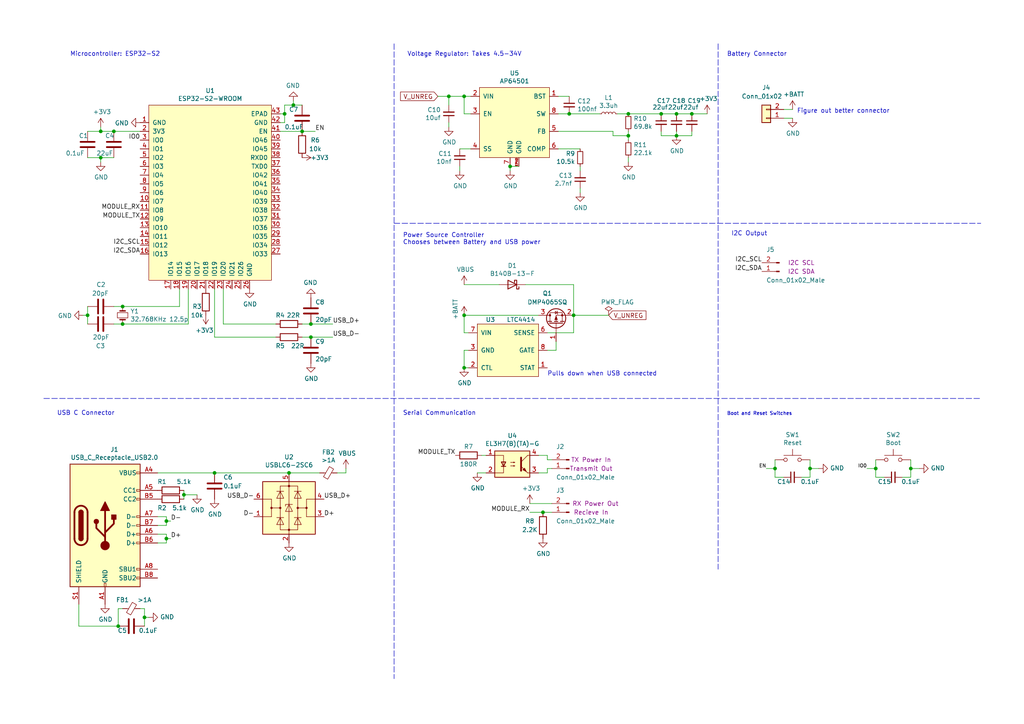
<source format=kicad_sch>
(kicad_sch (version 20211123) (generator eeschema)
  (paper "A4")
  (lib_symbols
    (symbol "Connector:Conn_01x02_Male" (pin_names (offset 1.016) hide)
      (property "Reference" "J" (at 0 2.54 0))
      (property "Value" "Conn_01x02_Male" (at 0 -5.08 0))
      (symbol "Conn_01x02_Male_1_1"
        (polyline (pts (xy 1.27 -2.54) (xy 0.8636 -2.54)) (stroke (width 0.1524)))
        (polyline (pts (xy 1.27 0) (xy 0.8636 0)) (stroke (width 0.1524)))
        (rectangle (start 0.8636 -2.413) (end 0 -2.667) (stroke (width 0.1524)) (fill (type outline)))
        (rectangle (start 0.8636 0.127) (end 0 -0.127) (stroke (width 0.1524)) (fill (type outline)))
        (pin passive line (at 5.08 0 180) (length 3.81) (name "Pin_1") (number "1"))
        (pin passive line (at 5.08 -2.54 180) (length 3.81) (name "Pin_2") (number "2"))
      )
    )
    (symbol "Connector:USB_C_Receptacle_USB2.0" (pin_names (offset 1.016))
      (property "Reference" "J" (at -10.16 19.05 0))
      (property "Value" "USB_C_Receptacle_USB2.0" (at 19.05 19.05 0))
      (symbol "USB_C_Receptacle_USB2.0_0_0"
        (rectangle (start -0.254 -17.78) (end 0.254 -16.764))
        (rectangle (start 10.16 -14.986) (end 9.144 -15.494))
        (rectangle (start 10.16 -12.446) (end 9.144 -12.954))
        (rectangle (start 10.16 -4.826) (end 9.144 -5.334))
        (rectangle (start 10.16 -2.286) (end 9.144 -2.794))
        (rectangle (start 10.16 0.254) (end 9.144 -0.254))
        (rectangle (start 10.16 2.794) (end 9.144 2.286))
        (rectangle (start 10.16 7.874) (end 9.144 7.366))
        (rectangle (start 10.16 10.414) (end 9.144 9.906))
        (rectangle (start 10.16 15.494) (end 9.144 14.986))
      )
      (symbol "USB_C_Receptacle_USB2.0_0_1"
        (rectangle (start -10.16 17.78) (end 10.16 -17.78) (stroke (width 0.254)) (fill (type background)))
        (arc (start -8.89 -3.81) (mid -6.985 -5.715) (end -5.08 -3.81) (stroke (width 0.508)))
        (arc (start -7.62 -3.81) (mid -6.985 -4.445) (end -6.35 -3.81) (stroke (width 0.254)))
        (arc (start -7.62 -3.81) (mid -6.985 -4.445) (end -6.35 -3.81) (stroke (width 0.254)) (fill (type outline)))
        (rectangle (start -7.62 -3.81) (end -6.35 3.81) (stroke (width 0.254)) (fill (type outline)))
        (arc (start -6.35 3.81) (mid -6.985 4.445) (end -7.62 3.81) (stroke (width 0.254)))
        (arc (start -6.35 3.81) (mid -6.985 4.445) (end -7.62 3.81) (stroke (width 0.254)) (fill (type outline)))
        (arc (start -5.08 3.81) (mid -6.985 5.715) (end -8.89 3.81) (stroke (width 0.508)))
        (circle (center -2.54 1.143) (radius 0.635) (stroke (width 0.254)) (fill (type outline)))
        (circle (center 0 -5.842) (radius 1.27) (fill (type outline)))
        (polyline (pts (xy -8.89 -3.81) (xy -8.89 3.81)) (stroke (width 0.508)))
        (polyline (pts (xy -5.08 3.81) (xy -5.08 -3.81)) (stroke (width 0.508)))
        (polyline (pts (xy 0 -5.842) (xy 0 4.318)) (stroke (width 0.508)))
        (polyline (pts (xy 0 -3.302) (xy -2.54 -0.762) (xy -2.54 0.508)) (stroke (width 0.508)))
        (polyline (pts (xy 0 -2.032) (xy 2.54 0.508) (xy 2.54 1.778)) (stroke (width 0.508)))
        (polyline (pts (xy -1.27 4.318) (xy 0 6.858) (xy 1.27 4.318) (xy -1.27 4.318)) (stroke (width 0.254)) (fill (type outline)))
        (rectangle (start 1.905 1.778) (end 3.175 3.048) (stroke (width 0.254)) (fill (type outline)))
      )
      (symbol "USB_C_Receptacle_USB2.0_1_1"
        (pin passive line (at 0 -22.86 90) (length 5.08) (name "GND") (number "A1"))
        (pin passive line (at 0 -22.86 90) (length 5.08) hide (name "GND") (number "A12"))
        (pin passive line (at 15.24 15.24 180) (length 5.08) (name "VBUS") (number "A4"))
        (pin bidirectional line (at 15.24 10.16 180) (length 5.08) (name "CC1") (number "A5"))
        (pin bidirectional line (at 15.24 -2.54 180) (length 5.08) (name "D+") (number "A6"))
        (pin bidirectional line (at 15.24 2.54 180) (length 5.08) (name "D-") (number "A7"))
        (pin bidirectional line (at 15.24 -12.7 180) (length 5.08) (name "SBU1") (number "A8"))
        (pin passive line (at 15.24 15.24 180) (length 5.08) hide (name "VBUS") (number "A9"))
        (pin passive line (at 0 -22.86 90) (length 5.08) hide (name "GND") (number "B1"))
        (pin passive line (at 0 -22.86 90) (length 5.08) hide (name "GND") (number "B12"))
        (pin passive line (at 15.24 15.24 180) (length 5.08) hide (name "VBUS") (number "B4"))
        (pin bidirectional line (at 15.24 7.62 180) (length 5.08) (name "CC2") (number "B5"))
        (pin bidirectional line (at 15.24 -5.08 180) (length 5.08) (name "D+") (number "B6"))
        (pin bidirectional line (at 15.24 0 180) (length 5.08) (name "D-") (number "B7"))
        (pin bidirectional line (at 15.24 -15.24 180) (length 5.08) (name "SBU2") (number "B8"))
        (pin passive line (at 15.24 15.24 180) (length 5.08) hide (name "VBUS") (number "B9"))
        (pin passive line (at -7.62 -22.86 90) (length 5.08) (name "SHIELD") (number "S1"))
      )
    )
    (symbol "Connector_Generic:Conn_01x02" (pin_names (offset 1.016) hide)
      (property "Reference" "J" (at 0 2.54 0))
      (property "Value" "Conn_01x02" (at 0 -5.08 0))
      (symbol "Conn_01x02_1_1"
        (rectangle (start -1.27 -2.413) (end 0 -2.667) (stroke (width 0.1524)))
        (rectangle (start -1.27 0.127) (end 0 -0.127) (stroke (width 0.1524)))
        (rectangle (start -1.27 1.27) (end 1.27 -3.81) (stroke (width 0.254)) (fill (type background)))
        (pin passive line (at -5.08 0 0) (length 3.81) (name "Pin_1") (number "1"))
        (pin passive line (at -5.08 -2.54 0) (length 3.81) (name "Pin_2") (number "2"))
      )
    )
    (symbol "Device:C" (pin_numbers hide) (pin_names (offset 0.254))
      (property "Reference" "C" (at 0.635 2.54 0))
      (property "Value" "C" (at 0.635 -2.54 0))
      (symbol "C_0_1"
        (polyline (pts (xy -2.032 -0.762) (xy 2.032 -0.762)) (stroke (width 0.508)))
        (polyline (pts (xy -2.032 0.762) (xy 2.032 0.762)) (stroke (width 0.508)))
      )
      (symbol "C_1_1"
        (pin passive line (at 0 3.81 270) (length 2.794) (name "~") (number "1"))
        (pin passive line (at 0 -3.81 90) (length 2.794) (name "~") (number "2"))
      )
    )
    (symbol "Device:C_Small" (pin_numbers hide) (pin_names (offset 0.254) hide)
      (property "Reference" "C" (at 0.254 1.778 0))
      (property "Value" "C_Small" (at 0.254 -2.032 0))
      (symbol "C_Small_0_1"
        (polyline (pts (xy -1.524 -0.508) (xy 1.524 -0.508)) (stroke (width 0.3302)))
        (polyline (pts (xy -1.524 0.508) (xy 1.524 0.508)) (stroke (width 0.3048)))
      )
      (symbol "C_Small_1_1"
        (pin passive line (at 0 2.54 270) (length 2.032) (name "~") (number "1"))
        (pin passive line (at 0 -2.54 90) (length 2.032) (name "~") (number "2"))
      )
    )
    (symbol "Device:Crystal_Small" (pin_numbers hide) (pin_names (offset 1.016) hide)
      (property "Reference" "Y" (at 0 2.54 0))
      (property "Value" "Crystal_Small" (at 0 -2.54 0))
      (symbol "Crystal_Small_0_1"
        (rectangle (start -0.762 -1.524) (end 0.762 1.524))
        (polyline (pts (xy -1.27 -0.762) (xy -1.27 0.762)) (stroke (width 0.381)))
        (polyline (pts (xy 1.27 -0.762) (xy 1.27 0.762)) (stroke (width 0.381)))
      )
      (symbol "Crystal_Small_1_1"
        (pin passive line (at -2.54 0 0) (length 1.27) (name "1") (number "1"))
        (pin passive line (at 2.54 0 180) (length 1.27) (name "2") (number "2"))
      )
    )
    (symbol "Device:Ferrite_Bead_Small" (pin_numbers hide) (pin_names (offset 0))
      (property "Reference" "FB" (at 1.905 1.27 0))
      (property "Value" "Device_Ferrite_Bead_Small" (at 1.905 -1.27 0))
      (symbol "Ferrite_Bead_Small_0_1"
        (polyline (pts (xy 0 -1.27) (xy 0 -0.7874)))
        (polyline (pts (xy 0 0.889) (xy 0 1.2954)))
        (polyline (pts (xy -1.8288 0.2794) (xy -1.1176 1.4986) (xy 1.8288 -0.2032) (xy 1.1176 -1.4224) (xy -1.8288 0.2794)))
      )
      (symbol "Ferrite_Bead_Small_1_1"
        (pin passive line (at 0 2.54 270) (length 1.27) (name "~") (number "1"))
        (pin passive line (at 0 -2.54 90) (length 1.27) (name "~") (number "2"))
      )
    )
    (symbol "Device:L_Small" (pin_numbers hide) (pin_names (offset 0.254) hide)
      (property "Reference" "L" (at 0.762 1.016 0))
      (property "Value" "L_Small" (at 0.762 -1.016 0))
      (symbol "L_Small_0_1"
        (arc (start 0 -2.032) (mid 0.508 -1.524) (end 0 -1.016))
        (arc (start 0 -1.016) (mid 0.508 -0.508) (end 0 0))
        (arc (start 0 0) (mid 0.508 0.508) (end 0 1.016))
        (arc (start 0 1.016) (mid 0.508 1.524) (end 0 2.032))
      )
      (symbol "L_Small_1_1"
        (pin passive line (at 0 2.54 270) (length 0.508) (name "~") (number "1"))
        (pin passive line (at 0 -2.54 90) (length 0.508) (name "~") (number "2"))
      )
    )
    (symbol "Device:R" (pin_numbers hide) (pin_names (offset 0))
      (property "Reference" "R" (at 2.032 0 90))
      (property "Value" "R" (at 0 0 90))
      (symbol "R_0_1"
        (rectangle (start -1.016 -2.54) (end 1.016 2.54) (stroke (width 0.254)))
      )
      (symbol "R_1_1"
        (pin passive line (at 0 3.81 270) (length 1.27) (name "~") (number "1"))
        (pin passive line (at 0 -3.81 90) (length 1.27) (name "~") (number "2"))
      )
    )
    (symbol "Device:R_Small" (pin_numbers hide) (pin_names (offset 0.254) hide)
      (property "Reference" "R" (at 0.762 0.508 0))
      (property "Value" "R_Small" (at 0.762 -1.016 0))
      (symbol "R_Small_0_1"
        (rectangle (start -0.762 1.778) (end 0.762 -1.778) (stroke (width 0.2032)))
      )
      (symbol "R_Small_1_1"
        (pin passive line (at 0 2.54 270) (length 0.762) (name "~") (number "1"))
        (pin passive line (at 0 -2.54 90) (length 0.762) (name "~") (number "2"))
      )
    )
    (symbol "Diode:B140-E3" (pin_numbers hide) (pin_names hide)
      (property "Reference" "D" (at 0 2.54 0))
      (property "Value" "B140-E3" (at 0 -2.54 0))
      (symbol "B140-E3_0_1"
        (polyline (pts (xy 1.27 0) (xy -1.27 0)))
        (polyline (pts (xy 1.27 1.27) (xy 1.27 -1.27) (xy -1.27 0) (xy 1.27 1.27)) (stroke (width 0.254)))
        (polyline (pts (xy -1.905 0.635) (xy -1.905 1.27) (xy -1.27 1.27) (xy -1.27 -1.27) (xy -0.635 -1.27) (xy -0.635 -0.635)) (stroke (width 0.254)))
      )
      (symbol "B140-E3_1_1"
        (pin passive line (at -3.81 0 0) (length 2.54) (name "K") (number "1"))
        (pin passive line (at 3.81 0 180) (length 2.54) (name "A") (number "2"))
      )
    )
    (symbol "Isolator:PC817" (pin_names (offset 1.016))
      (property "Reference" "U" (at -5.08 5.08 0))
      (property "Value" "PC817" (at 0 5.08 0))
      (symbol "PC817_0_1"
        (rectangle (start -5.08 3.81) (end 5.08 -3.81) (stroke (width 0.254)) (fill (type background)))
        (polyline (pts (xy -3.175 -0.635) (xy -1.905 -0.635)) (stroke (width 0.254)))
        (polyline (pts (xy 2.54 0.635) (xy 4.445 2.54)))
        (polyline (pts (xy 4.445 -2.54) (xy 2.54 -0.635)) (fill (type outline)))
        (polyline (pts (xy 4.445 -2.54) (xy 5.08 -2.54)))
        (polyline (pts (xy 4.445 2.54) (xy 5.08 2.54)))
        (polyline (pts (xy -5.08 2.54) (xy -2.54 2.54) (xy -2.54 -0.635)))
        (polyline (pts (xy -2.54 -0.635) (xy -2.54 -2.54) (xy -5.08 -2.54)))
        (polyline (pts (xy 2.54 1.905) (xy 2.54 -1.905) (xy 2.54 -1.905)) (stroke (width 0.508)))
        (polyline (pts (xy -2.54 -0.635) (xy -3.175 0.635) (xy -1.905 0.635) (xy -2.54 -0.635)) (stroke (width 0.254)))
        (polyline (pts (xy -0.508 -0.508) (xy 0.762 -0.508) (xy 0.381 -0.635) (xy 0.381 -0.381) (xy 0.762 -0.508)))
        (polyline (pts (xy -0.508 0.508) (xy 0.762 0.508) (xy 0.381 0.381) (xy 0.381 0.635) (xy 0.762 0.508)))
        (polyline (pts (xy 3.048 -1.651) (xy 3.556 -1.143) (xy 4.064 -2.159) (xy 3.048 -1.651) (xy 3.048 -1.651)) (fill (type outline)))
      )
      (symbol "PC817_1_1"
        (pin passive line (at -7.62 2.54 0) (length 2.54) (name "~") (number "1"))
        (pin passive line (at -7.62 -2.54 0) (length 2.54) (name "~") (number "2"))
        (pin passive line (at 7.62 -2.54 180) (length 2.54) (name "~") (number "3"))
        (pin passive line (at 7.62 2.54 180) (length 2.54) (name "~") (number "4"))
      )
    )
    (symbol "Power_Protection:USBLC6-2SC6" (pin_names hide)
      (property "Reference" "U" (at 2.54 8.89 0))
      (property "Value" "USBLC6-2SC6" (at 2.54 -8.89 0))
      (symbol "USBLC6-2SC6_0_1"
        (rectangle (start -7.62 -7.62) (end 7.62 7.62) (stroke (width 0.254)) (fill (type background)))
        (circle (center -5.08 0) (radius 0.254) (fill (type outline)))
        (circle (center -2.54 0) (radius 0.254) (fill (type outline)))
        (rectangle (start -2.54 6.35) (end 2.54 -6.35))
        (circle (center 0 -6.35) (radius 0.254) (fill (type outline)))
        (polyline (pts (xy -5.08 -2.54) (xy -7.62 -2.54)))
        (polyline (pts (xy -5.08 0) (xy -5.08 -2.54)))
        (polyline (pts (xy -5.08 2.54) (xy -7.62 2.54)))
        (polyline (pts (xy -1.524 -2.794) (xy -3.556 -2.794)))
        (polyline (pts (xy -1.524 4.826) (xy -3.556 4.826)))
        (polyline (pts (xy 0 -7.62) (xy 0 -6.35)))
        (polyline (pts (xy 0 -6.35) (xy 0 1.27)))
        (polyline (pts (xy 0 1.27) (xy 0 6.35)))
        (polyline (pts (xy 0 6.35) (xy 0 7.62)))
        (polyline (pts (xy 1.524 -2.794) (xy 3.556 -2.794)))
        (polyline (pts (xy 1.524 4.826) (xy 3.556 4.826)))
        (polyline (pts (xy 5.08 -2.54) (xy 7.62 -2.54)))
        (polyline (pts (xy 5.08 0) (xy 5.08 -2.54)))
        (polyline (pts (xy 5.08 2.54) (xy 7.62 2.54)))
        (polyline (pts (xy -2.54 0) (xy -5.08 0) (xy -5.08 2.54)))
        (polyline (pts (xy 2.54 0) (xy 5.08 0) (xy 5.08 2.54)))
        (polyline (pts (xy -3.556 -4.826) (xy -1.524 -4.826) (xy -2.54 -2.794) (xy -3.556 -4.826)))
        (polyline (pts (xy -3.556 2.794) (xy -1.524 2.794) (xy -2.54 4.826) (xy -3.556 2.794)))
        (polyline (pts (xy -1.016 -1.016) (xy 1.016 -1.016) (xy 0 1.016) (xy -1.016 -1.016)))
        (polyline (pts (xy 1.016 1.016) (xy 0.762 1.016) (xy -1.016 1.016) (xy -1.016 0.508)))
        (polyline (pts (xy 3.556 -4.826) (xy 1.524 -4.826) (xy 2.54 -2.794) (xy 3.556 -4.826)))
        (polyline (pts (xy 3.556 2.794) (xy 1.524 2.794) (xy 2.54 4.826) (xy 3.556 2.794)))
        (circle (center 0 6.35) (radius 0.254) (fill (type outline)))
        (circle (center 2.54 0) (radius 0.254) (fill (type outline)))
        (circle (center 5.08 0) (radius 0.254) (fill (type outline)))
      )
      (symbol "USBLC6-2SC6_1_1"
        (pin passive line (at -10.16 -2.54 0) (length 2.54) (name "I/O1") (number "1"))
        (pin passive line (at 0 -10.16 90) (length 2.54) (name "GND") (number "2"))
        (pin passive line (at 10.16 -2.54 180) (length 2.54) (name "I/O2") (number "3"))
        (pin passive line (at 10.16 2.54 180) (length 2.54) (name "I/O2") (number "4"))
        (pin passive line (at 0 10.16 270) (length 2.54) (name "VBUS") (number "5"))
        (pin passive line (at -10.16 2.54 0) (length 2.54) (name "I/O1") (number "6"))
      )
    )
    (symbol "Switch:SW_Push" (pin_numbers hide) (pin_names (offset 1.016) hide)
      (property "Reference" "SW" (at 1.27 2.54 0))
      (property "Value" "SW_Push" (at 0 -1.524 0))
      (symbol "SW_Push_0_1"
        (circle (center -2.032 0) (radius 0.508))
        (polyline (pts (xy 0 1.27) (xy 0 3.048)))
        (polyline (pts (xy 2.54 1.27) (xy -2.54 1.27)))
        (circle (center 2.032 0) (radius 0.508))
        (pin passive line (at -5.08 0 0) (length 2.54) (name "1") (number "1"))
        (pin passive line (at 5.08 0 180) (length 2.54) (name "2") (number "2"))
      )
    )
    (symbol "Transistor_FET:AO3401A" (pin_names hide)
      (property "Reference" "Q" (at 5.08 1.905 0))
      (property "Value" "AO3401A" (at 5.08 0 0))
      (symbol "AO3401A_0_1"
        (polyline (pts (xy 0.254 0) (xy -2.54 0)))
        (polyline (pts (xy 0.254 1.905) (xy 0.254 -1.905)) (stroke (width 0.254)))
        (polyline (pts (xy 0.762 -1.27) (xy 0.762 -2.286)) (stroke (width 0.254)))
        (polyline (pts (xy 0.762 0.508) (xy 0.762 -0.508)) (stroke (width 0.254)))
        (polyline (pts (xy 0.762 2.286) (xy 0.762 1.27)) (stroke (width 0.254)))
        (polyline (pts (xy 2.54 2.54) (xy 2.54 1.778)))
        (polyline (pts (xy 2.54 -2.54) (xy 2.54 0) (xy 0.762 0)))
        (polyline (pts (xy 0.762 1.778) (xy 3.302 1.778) (xy 3.302 -1.778) (xy 0.762 -1.778)))
        (polyline (pts (xy 2.286 0) (xy 1.27 0.381) (xy 1.27 -0.381) (xy 2.286 0)) (fill (type outline)))
        (polyline (pts (xy 2.794 -0.508) (xy 2.921 -0.381) (xy 3.683 -0.381) (xy 3.81 -0.254)))
        (polyline (pts (xy 3.302 -0.381) (xy 2.921 0.254) (xy 3.683 0.254) (xy 3.302 -0.381)))
        (circle (center 1.651 0) (radius 2.794) (stroke (width 0.254)))
        (circle (center 2.54 -1.778) (radius 0.254) (fill (type outline)))
        (circle (center 2.54 1.778) (radius 0.254) (fill (type outline)))
      )
      (symbol "AO3401A_1_1"
        (pin input line (at -5.08 0 0) (length 2.54) (name "G") (number "1"))
        (pin passive line (at 2.54 -5.08 90) (length 2.54) (name "S") (number "2"))
        (pin passive line (at 2.54 5.08 270) (length 2.54) (name "D") (number "3"))
      )
    )
    (symbol "aquabotsBMS-rescue:ESP32-S2-WROOM-ESP32-S2-WROOM" (pin_names (offset 1.016))
      (property "Reference" "U" (at 0 6.35 0))
      (property "Value" "ESP32-S2-WROOM-ESP32-S2-WROOM" (at 0 3.81 0))
      (symbol "ESP32-S2-WROOM-ESP32-S2-WROOM_0_0"
        (pin power_in line (at -20.32 -5.08 0) (length 2.54) (name "GND") (number "1"))
        (pin power_in line (at -20.32 -7.62 0) (length 2.54) (name "3V3") (number "2"))
        (pin tri_state line (at -20.32 -10.16 0) (length 2.54) (name "IO0") (number "3"))
        (pin tri_state line (at -20.32 -12.7 0) (length 2.54) (name "IO1") (number "4"))
        (pin tri_state line (at -20.32 -15.24 0) (length 2.54) (name "IO2") (number "5"))
      )
      (symbol "ESP32-S2-WROOM-ESP32-S2-WROOM_0_1"
        (rectangle (start -17.78 0) (end 17.78 -50.8) (fill (type background)))
      )
      (symbol "ESP32-S2-WROOM-ESP32-S2-WROOM_1_1"
        (pin tri_state line (at -20.32 -27.94 0) (length 2.54) (name "IO7") (number "10"))
        (pin tri_state line (at -20.32 -30.48 0) (length 2.54) (name "IO8") (number "11"))
        (pin tri_state line (at -20.32 -33.02 0) (length 2.54) (name "IO9") (number "12"))
        (pin tri_state line (at -20.32 -35.56 0) (length 2.54) (name "IO10") (number "13"))
        (pin tri_state line (at -20.32 -38.1 0) (length 2.54) (name "IO11") (number "14"))
        (pin tri_state line (at -20.32 -40.64 0) (length 2.54) (name "IO12") (number "15"))
        (pin tri_state line (at -20.32 -43.18 0) (length 2.54) (name "IO13") (number "16"))
        (pin tri_state line (at -11.43 -53.34 90) (length 2.54) (name "IO14") (number "17"))
        (pin tri_state line (at -8.89 -53.34 90) (length 2.54) (name "IO15") (number "18"))
        (pin tri_state line (at -6.35 -53.34 90) (length 2.54) (name "IO16") (number "19"))
        (pin tri_state line (at -3.81 -53.34 90) (length 2.54) (name "IO17") (number "20"))
        (pin tri_state line (at -1.27 -53.34 90) (length 2.54) (name "IO18") (number "21"))
        (pin tri_state line (at 1.27 -53.34 90) (length 2.54) (name "IO19") (number "22"))
        (pin tri_state line (at 3.81 -53.34 90) (length 2.54) (name "IO20") (number "23"))
        (pin tri_state line (at 6.35 -53.34 90) (length 2.54) (name "IO21") (number "24"))
        (pin tri_state line (at 8.89 -53.34 90) (length 2.54) (name "IO26") (number "25"))
        (pin power_in line (at 11.43 -53.34 90) (length 2.54) (name "GND") (number "26"))
        (pin tri_state line (at 20.32 -43.18 180) (length 2.54) (name "IO33") (number "27"))
        (pin tri_state line (at 20.32 -40.64 180) (length 2.54) (name "IO34") (number "28"))
        (pin tri_state line (at 20.32 -38.1 180) (length 2.54) (name "IO35") (number "29"))
        (pin tri_state line (at 20.32 -35.56 180) (length 2.54) (name "IO36") (number "30"))
        (pin tri_state line (at 20.32 -33.02 180) (length 2.54) (name "IO37") (number "31"))
        (pin tri_state line (at 20.32 -30.48 180) (length 2.54) (name "IO38") (number "32"))
        (pin tri_state line (at 20.32 -27.94 180) (length 2.54) (name "IO39") (number "33"))
        (pin tri_state line (at 20.32 -25.4 180) (length 2.54) (name "IO40") (number "34"))
        (pin tri_state line (at 20.32 -22.86 180) (length 2.54) (name "IO41") (number "35"))
        (pin tri_state line (at 20.32 -20.32 180) (length 2.54) (name "IO42") (number "36"))
        (pin tri_state line (at 20.32 -17.78 180) (length 2.54) (name "TXD0") (number "37"))
        (pin tri_state line (at 20.32 -15.24 180) (length 2.54) (name "RXD0") (number "38"))
        (pin tri_state line (at 20.32 -12.7 180) (length 2.54) (name "IO45") (number "39"))
        (pin input line (at 20.32 -10.16 180) (length 2.54) (name "IO46") (number "40"))
        (pin input line (at 20.32 -7.62 180) (length 2.54) (name "EN") (number "41"))
        (pin power_in line (at 20.32 -5.08 180) (length 2.54) (name "GND") (number "42"))
        (pin power_in line (at 20.32 -2.54 180) (length 2.54) (name "EPAD") (number "43"))
        (pin tri_state line (at -20.32 -17.78 0) (length 2.54) (name "IO3") (number "6"))
        (pin tri_state line (at -20.32 -20.32 0) (length 2.54) (name "IO4") (number "7"))
        (pin tri_state line (at -20.32 -22.86 0) (length 2.54) (name "IO5") (number "8"))
        (pin tri_state line (at -20.32 -25.4 0) (length 2.54) (name "IO6") (number "9"))
      )
    )
    (symbol "aquabotsBMS:AP64501" (pin_names (offset 1.016))
      (property "Reference" "U" (at 0 0 0))
      (property "Value" "AP64501" (at 0 -2.54 0))
      (symbol "AP64501_0_1"
        (rectangle (start -10.16 -3.81) (end 10.16 -24.13) (fill (type background)))
      )
      (symbol "AP64501_1_1"
        (pin power_out line (at 12.7 -6.35 180) (length 2.54) (name "BST") (number "1"))
        (pin power_in line (at -12.7 -6.35 0) (length 2.54) (name "VIN") (number "2"))
        (pin input line (at -12.7 -11.43 0) (length 2.54) (name "EN") (number "3"))
        (pin power_in line (at -12.7 -21.59 0) (length 2.54) (name "SS") (number "4"))
        (pin input line (at 12.7 -16.51 180) (length 2.54) (name "FB") (number "5"))
        (pin power_in line (at 12.7 -21.59 180) (length 2.54) (name "COMP") (number "6"))
        (pin power_in line (at -1.27 -26.67 90) (length 2.54) (name "GND") (number "7"))
        (pin power_out line (at 12.7 -11.43 180) (length 2.54) (name "SW") (number "8"))
        (pin power_in line (at 1.27 -26.67 90) (length 2.54) (name "GND") (number "EPAD"))
      )
    )
    (symbol "aquabotsBMS:LTC4414" (pin_names (offset 1.016))
      (property "Reference" "U" (at 0 0 0))
      (property "Value" "LTC4414" (at 0 -2.54 0))
      (symbol "LTC4414_0_1"
        (rectangle (start -8.89 -3.81) (end 8.89 -19.05) (fill (type background)))
      )
      (symbol "LTC4414_1_1"
        (pin output line (at 11.43 -16.51 180) (length 2.54) (name "STAT") (number "1"))
        (pin input line (at -11.43 -16.51 0) (length 2.54) (name "CTL") (number "2"))
        (pin power_in line (at -11.43 -11.43 0) (length 2.54) (name "GND") (number "3"))
        (pin power_in line (at 11.43 -6.35 180) (length 2.54) (name "SENSE") (number "6"))
        (pin input line (at -11.43 -6.35 0) (length 2.54) (name "VIN") (number "7"))
        (pin output line (at 11.43 -11.43 180) (length 2.54) (name "GATE") (number "8"))
      )
    )
    (symbol "power:+3.3V" (power) (pin_names (offset 0))
      (property "Value" "+3.3V" (at 0 3.556 0))
      (symbol "+3.3V_0_1"
        (polyline (pts (xy -0.762 1.27) (xy 0 2.54)))
        (polyline (pts (xy 0 0) (xy 0 2.54)))
        (polyline (pts (xy 0 2.54) (xy 0.762 1.27)))
      )
      (symbol "+3.3V_1_1"
        (pin power_in line (at 0 0 90) (length 0) hide (name "+3V3") (number "1"))
      )
    )
    (symbol "power:+3V3" (power) (pin_names (offset 0))
      (property "Value" "+3V3" (at 0 3.556 0))
      (symbol "+3V3_0_1"
        (polyline (pts (xy -0.762 1.27) (xy 0 2.54)))
        (polyline (pts (xy 0 0) (xy 0 2.54)))
        (polyline (pts (xy 0 2.54) (xy 0.762 1.27)))
      )
      (symbol "+3V3_1_1"
        (pin power_in line (at 0 0 90) (length 0) hide (name "+3V3") (number "1"))
      )
    )
    (symbol "power:+BATT" (power) (pin_names (offset 0))
      (property "Value" "+BATT" (at 0 3.556 0))
      (symbol "+BATT_0_1"
        (polyline (pts (xy -0.762 1.27) (xy 0 2.54)))
        (polyline (pts (xy 0 0) (xy 0 2.54)))
        (polyline (pts (xy 0 2.54) (xy 0.762 1.27)))
      )
      (symbol "+BATT_1_1"
        (pin power_in line (at 0 0 90) (length 0) hide (name "+BATT") (number "1"))
      )
    )
    (symbol "power:GND" (power) (pin_names (offset 0))
      (property "Value" "GND" (at 0 -3.81 0))
      (symbol "GND_0_1"
        (polyline (pts (xy 0 0) (xy 0 -1.27) (xy 1.27 -1.27) (xy 0 -2.54) (xy -1.27 -1.27) (xy 0 -1.27)))
      )
      (symbol "GND_1_1"
        (pin power_in line (at 0 0 270) (length 0) hide (name "GND") (number "1"))
      )
    )
    (symbol "power:PWR_FLAG" (power) (pin_numbers hide) (pin_names (offset 0) hide)
      (property "Value" "PWR_FLAG" (at 0 3.81 0))
      (symbol "PWR_FLAG_0_0"
        (pin power_out line (at 0 0 90) (length 0) (name "pwr") (number "1"))
      )
      (symbol "PWR_FLAG_0_1"
        (polyline (pts (xy 0 0) (xy 0 1.27) (xy -1.016 1.905) (xy 0 2.54) (xy 1.016 1.905) (xy 0 1.27)))
      )
    )
    (symbol "power:VBUS" (power) (pin_names (offset 0))
      (property "Value" "VBUS" (at 0 3.81 0))
      (symbol "VBUS_0_1"
        (polyline (pts (xy -0.762 1.27) (xy 0 2.54)))
        (polyline (pts (xy 0 0) (xy 0 2.54)))
        (polyline (pts (xy 0 2.54) (xy 0.762 1.27)))
      )
      (symbol "VBUS_1_1"
        (pin power_in line (at 0 0 90) (length 0) hide (name "VBUS") (number "1"))
      )
    )
  )
  (junction (at 53.34 143.51))
  (junction (at 134.62 27.94))
  (junction (at 166.37 91.44))
  (junction (at 48.26 151.13))
  (junction (at 25.4 91.44))
  (junction (at 224.79 135.89))
  (junction (at 35.56 93.98))
  (junction (at 87.63 38.1))
  (junction (at 130.175 27.94))
  (junction (at 41.91 179.07))
  (junction (at 134.62 91.44))
  (junction (at 254 135.89))
  (junction (at 34.29 181.61))
  (junction (at 48.26 156.21))
  (junction (at 35.56 88.9))
  (junction (at 134.62 106.68))
  (junction (at 196.215 33.02))
  (junction (at 147.955 48.26))
  (junction (at 165.1 33.02))
  (junction (at 29.21 38.1))
  (junction (at 29.21 45.72))
  (junction (at 182.245 39.37))
  (junction (at 234.95 135.89))
  (junction (at 85.09 30.48))
  (junction (at 191.77 33.02))
  (junction (at 182.245 33.02))
  (junction (at 82.55 33.02))
  (junction (at 83.82 137.16))
  (junction (at 90.17 97.79))
  (junction (at 33.02 38.1))
  (junction (at 157.48 148.59))
  (junction (at 200.66 33.02))
  (junction (at 90.17 93.98))
  (junction (at 196.215 39.37))
  (junction (at 264.16 135.89))
  (junction (at 62.23 137.16))
  (wire (pts (xy 34.29 181.61) (xy 34.29 176.53)))
  (wire (pts (xy 182.245 39.37) (xy 182.245 40.64)))
  (wire (pts (xy 166.37 82.55) (xy 152.4 82.55)))
  (wire (pts (xy 52.07 83.82) (xy 52.07 88.9)))
  (wire (pts (xy 135.89 106.68) (xy 134.62 106.68)))
  (wire (pts (xy 200.66 33.02) (xy 196.215 33.02)))
  (wire (pts (xy 136.525 43.18) (xy 133.35 43.18)))
  (wire (pts (xy 224.79 135.89) (xy 224.79 138.43)))
  (wire (pts (xy 41.91 179.07) (xy 43.18 179.07)))
  (wire (pts (xy 254 138.43) (xy 256.54 138.43)))
  (wire (pts (xy 191.77 38.1) (xy 191.77 39.37)))
  (wire (pts (xy 196.215 39.37) (xy 200.66 39.37)))
  (wire (pts (xy 127 27.94) (xy 130.175 27.94)))
  (wire (pts (xy 48.26 154.94) (xy 48.26 156.21)))
  (wire (pts (xy 53.34 143.51) (xy 53.34 144.78)))
  (wire (pts (xy 64.77 93.98) (xy 80.01 93.98)))
  (wire (pts (xy 35.56 88.9) (xy 33.02 88.9)))
  (wire (pts (xy 48.26 156.21) (xy 49.53 156.21)))
  (wire (pts (xy 254 135.89) (xy 254 138.43)))
  (wire (pts (xy 133.35 48.26) (xy 133.35 49.53)))
  (wire (pts (xy 161.29 99.06) (xy 161.29 101.6)))
  (wire (pts (xy 41.91 176.53) (xy 41.91 179.07)))
  (wire (pts (xy 85.09 30.48) (xy 87.63 30.48)))
  (wire (pts (xy 191.77 39.37) (xy 196.215 39.37)))
  (wire (pts (xy 196.215 33.02) (xy 191.77 33.02)))
  (wire (pts (xy 153.67 148.59) (xy 157.48 148.59)))
  (polyline (pts (xy 12.7 115.57) (xy 284.48 115.57)))
  (wire (pts (xy 264.16 135.89) (xy 266.7 135.89)))
  (wire (pts (xy 100.33 137.16) (xy 100.33 135.89)))
  (wire (pts (xy 83.82 137.16) (xy 92.71 137.16)))
  (wire (pts (xy 200.66 33.02) (xy 205.105 33.02)))
  (wire (pts (xy 130.175 35.56) (xy 130.175 36.83)))
  (wire (pts (xy 150.495 48.26) (xy 147.955 48.26)))
  (wire (pts (xy 261.62 138.43) (xy 264.16 138.43)))
  (wire (pts (xy 29.21 45.72) (xy 29.21 46.99)))
  (wire (pts (xy 156.21 91.44) (xy 134.62 91.44)))
  (wire (pts (xy 165.1 33.02) (xy 173.99 33.02)))
  (wire (pts (xy 45.72 137.16) (xy 62.23 137.16)))
  (wire (pts (xy 25.4 91.44) (xy 25.4 93.98)))
  (wire (pts (xy 45.72 154.94) (xy 48.26 154.94)))
  (wire (pts (xy 25.4 91.44) (xy 24.13 91.44)))
  (wire (pts (xy 160.02 148.59) (xy 157.48 148.59)))
  (wire (pts (xy 156.21 132.08) (xy 158.75 132.08)))
  (wire (pts (xy 90.17 93.98) (xy 96.52 93.98)))
  (wire (pts (xy 134.62 33.02) (xy 134.62 27.94)))
  (wire (pts (xy 53.34 143.51) (xy 57.15 143.51)))
  (wire (pts (xy 160.02 135.89) (xy 158.75 135.89)))
  (wire (pts (xy 136.525 33.02) (xy 134.62 33.02)))
  (wire (pts (xy 158.75 137.16) (xy 156.21 137.16)))
  (wire (pts (xy 224.79 138.43) (xy 227.33 138.43)))
  (wire (pts (xy 90.17 97.79) (xy 96.52 97.79)))
  (wire (pts (xy 232.41 138.43) (xy 234.95 138.43)))
  (wire (pts (xy 34.29 176.53) (xy 35.56 176.53)))
  (wire (pts (xy 161.925 43.18) (xy 168.275 43.18)))
  (wire (pts (xy 196.215 38.1) (xy 196.215 39.37)))
  (wire (pts (xy 130.175 27.94) (xy 134.62 27.94)))
  (wire (pts (xy 45.72 149.86) (xy 48.26 149.86)))
  (wire (pts (xy 81.28 35.56) (xy 82.55 35.56)))
  (wire (pts (xy 264.16 135.89) (xy 264.16 138.43)))
  (wire (pts (xy 22.86 175.26) (xy 22.86 181.61)))
  (wire (pts (xy 82.55 33.02) (xy 81.28 33.02)))
  (wire (pts (xy 227.33 34.29) (xy 229.87 34.29)))
  (wire (pts (xy 161.925 38.1) (xy 177.8 38.1)))
  (wire (pts (xy 87.63 93.98) (xy 90.17 93.98)))
  (wire (pts (xy 182.245 33.02) (xy 191.77 33.02)))
  (wire (pts (xy 182.245 38.1) (xy 182.245 39.37)))
  (wire (pts (xy 35.56 88.9) (xy 52.07 88.9)))
  (polyline (pts (xy 208.28 12.7) (xy 208.28 165.1)))
  (wire (pts (xy 48.26 151.13) (xy 49.53 151.13)))
  (wire (pts (xy 161.925 33.02) (xy 165.1 33.02)))
  (wire (pts (xy 140.97 137.16) (xy 138.43 137.16)))
  (wire (pts (xy 139.7 132.08) (xy 140.97 132.08)))
  (wire (pts (xy 40.64 176.53) (xy 41.91 176.53)))
  (wire (pts (xy 147.955 48.26) (xy 147.955 49.53)))
  (wire (pts (xy 48.26 152.4) (xy 45.72 152.4)))
  (wire (pts (xy 158.75 101.6) (xy 161.29 101.6)))
  (wire (pts (xy 25.4 88.9) (xy 25.4 91.44)))
  (wire (pts (xy 158.75 135.89) (xy 158.75 137.16)))
  (wire (pts (xy 25.4 38.1) (xy 29.21 38.1)))
  (wire (pts (xy 200.66 39.37) (xy 200.66 38.1)))
  (wire (pts (xy 35.56 93.98) (xy 54.61 93.98)))
  (wire (pts (xy 35.56 93.98) (xy 33.02 93.98)))
  (polyline (pts (xy 114.3 64.77) (xy 284.48 64.77)))
  (wire (pts (xy 22.86 181.61) (xy 34.29 181.61)))
  (wire (pts (xy 135.89 96.52) (xy 134.62 96.52)))
  (wire (pts (xy 25.4 45.72) (xy 29.21 45.72)))
  (wire (pts (xy 153.67 146.05) (xy 160.02 146.05)))
  (wire (pts (xy 158.75 132.08) (xy 158.75 133.35)))
  (wire (pts (xy 48.26 157.48) (xy 45.72 157.48)))
  (wire (pts (xy 134.62 101.6) (xy 134.62 106.68)))
  (wire (pts (xy 158.75 96.52) (xy 166.37 96.52)))
  (wire (pts (xy 166.37 91.44) (xy 176.53 91.44)))
  (wire (pts (xy 179.07 33.02) (xy 182.245 33.02)))
  (wire (pts (xy 48.26 156.21) (xy 48.26 157.48)))
  (wire (pts (xy 161.925 27.94) (xy 165.1 27.94)))
  (wire (pts (xy 54.61 83.82) (xy 54.61 93.98)))
  (wire (pts (xy 82.55 30.48) (xy 85.09 30.48)))
  (wire (pts (xy 48.26 151.13) (xy 48.26 152.4)))
  (wire (pts (xy 264.16 133.35) (xy 264.16 135.89)))
  (wire (pts (xy 48.26 149.86) (xy 48.26 151.13)))
  (wire (pts (xy 62.23 83.82) (xy 62.23 97.79)))
  (wire (pts (xy 224.79 133.35) (xy 224.79 135.89)))
  (wire (pts (xy 168.275 48.26) (xy 168.275 49.53)))
  (wire (pts (xy 177.8 38.1) (xy 177.8 39.37)))
  (wire (pts (xy 134.62 27.94) (xy 136.525 27.94)))
  (wire (pts (xy 87.63 38.1) (xy 91.44 38.1)))
  (wire (pts (xy 134.62 96.52) (xy 134.62 91.44)))
  (wire (pts (xy 53.34 142.24) (xy 53.34 143.51)))
  (wire (pts (xy 222.25 135.89) (xy 224.79 135.89)))
  (polyline (pts (xy 114.3 12.7) (xy 114.3 196.85)))
  (wire (pts (xy 166.37 96.52) (xy 166.37 91.44)))
  (wire (pts (xy 144.78 82.55) (xy 134.62 82.55)))
  (wire (pts (xy 82.55 33.02) (xy 82.55 30.48)))
  (wire (pts (xy 97.79 137.16) (xy 100.33 137.16)))
  (wire (pts (xy 182.245 45.72) (xy 182.245 46.99)))
  (wire (pts (xy 41.91 179.07) (xy 41.91 181.61)))
  (wire (pts (xy 234.95 133.35) (xy 234.95 135.89)))
  (wire (pts (xy 158.75 133.35) (xy 160.02 133.35)))
  (wire (pts (xy 229.87 31.75) (xy 227.33 31.75)))
  (wire (pts (xy 82.55 35.56) (xy 82.55 33.02)))
  (wire (pts (xy 64.77 83.82) (xy 64.77 93.98)))
  (wire (pts (xy 40.64 38.1) (xy 33.02 38.1)))
  (wire (pts (xy 234.95 135.89) (xy 237.49 135.89)))
  (wire (pts (xy 85.09 30.48) (xy 85.09 29.21)))
  (wire (pts (xy 62.23 97.79) (xy 80.01 97.79)))
  (wire (pts (xy 87.63 97.79) (xy 90.17 97.79)))
  (wire (pts (xy 134.62 101.6) (xy 135.89 101.6)))
  (wire (pts (xy 29.21 45.72) (xy 33.02 45.72)))
  (wire (pts (xy 177.8 39.37) (xy 182.245 39.37)))
  (wire (pts (xy 166.37 91.44) (xy 166.37 82.55)))
  (wire (pts (xy 251.46 135.89) (xy 254 135.89)))
  (wire (pts (xy 254 133.35) (xy 254 135.89)))
  (wire (pts (xy 130.175 27.94) (xy 130.175 30.48)))
  (wire (pts (xy 62.23 137.16) (xy 83.82 137.16)))
  (wire (pts (xy 29.21 38.1) (xy 33.02 38.1)))
  (wire (pts (xy 168.275 54.61) (xy 168.275 55.88)))
  (wire (pts (xy 81.28 38.1) (xy 87.63 38.1)))
  (wire (pts (xy 234.95 135.89) (xy 234.95 138.43)))
  (wire (pts (xy 29.21 38.1) (xy 29.21 36.83)))
  (text "Figure out better connector" (at 231.14 33.02 0) (effects (font (size 1.27 1.27)) (justify left bottom)))
  (text "I2C Output" (at 212.09 68.58 0) (effects (font (size 1.27 1.27)) (justify left bottom)))
  (text "Pulls down when USB connected" (at 158.75 109.22 0) (effects (font (size 1.27 1.27)) (justify left bottom)))
  (text "Serial Communication" (at 116.84 120.65 0) (effects (font (size 1.27 1.27)) (justify left bottom)))
  (text "Microcontroller: ESP32-S2" (at 20.32 16.51 0) (effects (font (size 1.27 1.27)) (justify left bottom)))
  (text "Power Source Controller\nChooses between Battery and USB power" (at 116.84 71.12 0) (effects (font (size 1.27 1.27)) (justify left bottom)))
  (text "Voltage Regulator: Takes 4.5-34V" (at 118.11 16.51 0) (effects (font (size 1.27 1.27)) (justify left bottom)))
  (text "Battery Connector" (at 210.82 16.51 0) (effects (font (size 1.27 1.27)) (justify left bottom)))
  (text "Boot and Reset Switches" (at 210.82 120.65 0) (effects (font (size 0.9906 0.9906)) (justify left bottom)))
  (text "USB C Connector" (at 16.51 120.65 0) (effects (font (size 1.27 1.27)) (justify left bottom)))
  (label "IO0" (at 40.64 40.64 180))
  (label "I2C_SDA" (at 220.98 78.74 180))
  (label "IO0" (at 251.46 135.89 180) (effects (font (size 0.9906 0.9906))))
  (label "USB_D+" (at 96.52 93.98 0))
  (label "USB_D+" (at 93.98 144.78 0))
  (label "MODULE_TX" (at 132.08 132.08 180))
  (label "I2C_SDA" (at 40.64 73.66 180))
  (label "D+" (at 93.98 149.86 0))
  (label "D-" (at 49.53 151.13 0))
  (label "EN" (at 222.25 135.89 180) (effects (font (size 0.9906 0.9906))))
  (label "D+" (at 49.53 156.21 0))
  (label "MODULE_RX" (at 40.64 60.96 180))
  (label "USB_D-" (at 96.52 97.79 0))
  (label "D-" (at 73.66 149.86 180))
  (label "USB_D-" (at 73.66 144.78 180))
  (label "I2C_SCL" (at 40.64 71.12 180))
  (label "I2C_SCL" (at 220.98 76.2 180))
  (label "EN" (at 91.44 38.1 0))
  (label "MODULE_RX" (at 153.67 148.59 180))
  (label "MODULE_TX" (at 40.64 63.5 180))
  (global_label "V_UNREG" (shape input) (at 127 27.94 180) (property "Intersheet References" "${INTERSHEET_REFS}" (effects hide)))
  (global_label "V_UNREG" (shape input) (at 176.53 91.44 0) (property "Intersheet References" "${INTERSHEET_REFS}" (effects hide)))
  (symbol (lib_id "Connector:Conn_01x02_Male") (at 226.06 78.74 180) (unit 1)
    (property "Reference" "J5" (at 222.25 72.39 0) (effects (justify right)))
    (property "Value" "Conn_01x02_Male" (at 222.25 81.28 0) (effects (justify right)))
    (property "Footprint" "Connector_JST:JST_PH_S2B-PH-K_1x02_P2.00mm_Horizontal" (effects hide))
    (property "Pin1" "I2C SCL" (at 232.41 76.2 0))
    (property "Pin2" "I2C SDA" (at 232.41 78.74 0))
  )
  (symbol (lib_id "Device:R") (at 135.89 132.08 270) (unit 1)
    (property "Reference" "R7" (at 135.89 129.54 90))
    (property "Value" "180R" (at 135.89 134.62 90))
    (property "Footprint" "Resistor_SMD:R_0603_1608Metric" (effects hide))
  )
  (symbol (lib_id "Isolator:PC817") (at 148.59 134.62 0) (unit 1)
    (property "Reference" "U4" (at 148.59 126.365 0))
    (property "Value" "EL3H7(B)(TA)-G" (at 148.59 128.6764 0))
    (property "Footprint" "Package_SO:SOP-4_4.4x2.6mm_P1.27mm" (effects hide))
    (property "Datasheet" "https://datasheet.lcsc.com/szlcsc/Everlight-Elec-EL3H7-B-TA-G_C32565.pdf" (effects hide))
    (property "LCSCStockCode" "C32565" (effects hide))
  )
  (symbol (lib_id "power:GND") (at 138.43 137.16 0) (unit 1)
    (property "Reference" "#PWR020" (effects hide))
    (property "Value" "GND" (at 138.557 141.5542 0))
  )
  (symbol (lib_id "Connector:Conn_01x02_Male") (at 165.1 135.89 180) (unit 1)
    (property "Reference" "J2" (at 161.29 129.54 0) (effects (justify right)))
    (property "Value" "Conn_01x02_Male" (at 161.29 138.43 0) (effects (justify right)))
    (property "Footprint" "Connector_JST:JST_PH_S2B-PH-K_1x02_P2.00mm_Horizontal" (effects hide))
    (property "Pin1" "TX Power In" (at 171.45 133.35 0))
    (property "Pin2" "Transmit Out" (at 171.45 135.89 0))
  )
  (symbol (lib_id "power:+3.3V") (at 153.67 146.05 0) (unit 1)
    (property "Reference" "#PWR022" (effects hide))
    (property "Value" "+3.3V" (at 154.051 141.6558 0))
  )
  (symbol (lib_id "Device:R") (at 157.48 152.4 180) (unit 1)
    (property "Reference" "R8" (at 153.67 151.13 0))
    (property "Value" "2.2K" (at 153.67 153.67 0))
    (property "Footprint" "Resistor_SMD:R_0603_1608Metric" (effects hide))
    (property "LCSCStockCode" "C17520" (effects hide))
  )
  (symbol (lib_id "power:GND") (at 157.48 156.21 0) (unit 1)
    (property "Reference" "#PWR023" (effects hide))
    (property "Value" "GND" (at 157.607 160.6042 0))
  )
  (symbol (lib_id "Connector:Conn_01x02_Male") (at 165.1 148.59 180) (unit 1)
    (property "Reference" "J3" (at 161.29 142.24 0) (effects (justify right)))
    (property "Value" "Conn_01x02_Male" (at 161.29 151.13 0) (effects (justify right)))
    (property "Footprint" "Connector_JST:JST_PH_S2B-PH-K_1x02_P2.00mm_Horizontal" (effects hide))
    (property "Pin1" "RX Power Out" (at 172.72 146.05 0))
    (property "Pin2" "Recieve In" (at 171.45 148.59 0))
  )
  (symbol (lib_id "Connector_Generic:Conn_01x02") (at 222.25 34.29 180) (unit 1)
    (property "Reference" "J4" (at 222.25 25.4 0))
    (property "Value" "Conn_01x02" (at 220.98 27.94 0))
    (property "Footprint" "Connector_PinHeader_2.54mm:PinHeader_1x02_P2.54mm_Vertical" (effects hide))
  )
  (symbol (lib_id "power:GND") (at 229.87 34.29 0) (unit 1)
    (property "Reference" "#PWR027" (effects hide))
    (property "Value" "GND" (at 229.997 38.6842 0))
  )
  (symbol (lib_id "aquabotsBMS-rescue:ESP32-S2-WROOM-ESP32-S2-WROOM") (at 60.96 30.48 0) (unit 1)
    (property "Reference" "U1" (at 60.96 26.289 0))
    (property "Value" "ESP32-S2-WROOM" (at 60.96 28.6004 0))
    (property "Footprint" "ESP32-s2:ESP32-S2-WROOM" (effects hide))
  )
  (symbol (lib_id "Power_Protection:USBLC6-2SC6") (at 83.82 147.32 0) (unit 1)
    (property "Reference" "U2" (at 83.82 132.5626 0))
    (property "Value" "USBLC6-2SC6" (at 83.82 134.874 0))
    (property "Footprint" "Package_TO_SOT_SMD:SOT-23-6" (effects hide))
    (property "Datasheet" "https://www.st.com/resource/en/datasheet/usblc6-2.pdf" (effects hide))
  )
  (symbol (lib_id "Device:R") (at 49.53 142.24 270) (unit 1)
    (property "Reference" "R1" (at 46.99 139.7 90))
    (property "Value" "5.1k" (at 53.34 139.7 90))
    (property "Footprint" "Resistor_SMD:R_0603_1608Metric" (effects hide))
  )
  (symbol (lib_id "Connector:USB_C_Receptacle_USB2.0") (at 30.48 152.4 0) (unit 1)
    (property "Reference" "J1" (at 33.1978 130.3782 0))
    (property "Value" "USB_C_Receptacle_USB2.0" (at 33.1978 132.6896 0))
    (property "Footprint" "Connector_USB:USB_C_Receptacle_HRO_TYPE-C-31-M-12" (effects hide))
    (property "Datasheet" "https://www.usb.org/sites/default/files/documents/usb_type-c.zip" (effects hide))
  )
  (symbol (lib_id "power:GND") (at 57.15 143.51 0) (unit 1)
    (property "Reference" "#PWR07" (effects hide))
    (property "Value" "GND" (at 57.277 147.9042 0))
  )
  (symbol (lib_id "Device:C") (at 62.23 140.97 0) (unit 1)
    (property "Reference" "C6" (at 64.77 138.43 0) (effects (justify left)))
    (property "Value" "0.1uF" (at 64.77 140.97 0) (effects (justify left)))
    (property "Footprint" "Capacitor_SMD:C_0603_1608Metric" (effects hide))
  )
  (symbol (lib_id "power:GND") (at 62.23 144.78 0) (unit 1)
    (property "Reference" "#PWR09" (effects hide))
    (property "Value" "GND" (at 62.357 149.1742 0))
  )
  (symbol (lib_id "Device:Ferrite_Bead_Small") (at 95.25 137.16 270) (unit 1)
    (property "Reference" "FB2" (at 95.25 131.1402 90))
    (property "Value" ">1A" (at 95.25 133.4516 90))
    (property "Footprint" "Inductor_SMD:L_0603_1608Metric" (effects hide))
  )
  (symbol (lib_id "power:GND") (at 83.82 157.48 0) (unit 1)
    (property "Reference" "#PWR011" (effects hide))
    (property "Value" "GND" (at 83.947 161.8742 0))
  )
  (symbol (lib_id "Device:R") (at 49.53 144.78 270) (unit 1)
    (property "Reference" "R2" (at 46.99 147.32 90))
    (property "Value" "5.1k" (at 52.07 147.32 90))
    (property "Footprint" "Resistor_SMD:R_0603_1608Metric" (effects hide))
  )
  (symbol (lib_id "power:GND") (at 72.39 83.82 0) (unit 1)
    (property "Reference" "#PWR010" (effects hide))
    (property "Value" "GND" (at 72.517 88.2142 0))
  )
  (symbol (lib_id "Device:C") (at 87.63 34.29 0) (unit 1)
    (property "Reference" "C7" (at 83.82 31.75 0) (effects (justify left)))
    (property "Value" "0.1uF" (at 82.55 36.83 0) (effects (justify left)))
    (property "Footprint" "Capacitor_SMD:C_0603_1608Metric" (effects hide))
  )
  (symbol (lib_id "Device:R") (at 87.63 41.91 180) (unit 1)
    (property "Reference" "R6" (at 91.44 40.64 0))
    (property "Value" "10k" (at 91.44 43.18 0))
    (property "Footprint" "Resistor_SMD:R_0603_1608Metric" (effects hide))
  )
  (symbol (lib_id "power:GND") (at 85.09 29.21 180) (unit 1)
    (property "Reference" "#PWR012" (effects hide))
    (property "Value" "GND" (at 84.963 24.8158 0))
  )
  (symbol (lib_id "power:+3V3") (at 87.63 45.72 270) (unit 1)
    (property "Reference" "#PWR015" (effects hide))
    (property "Value" "+3V3" (at 92.71 45.72 90))
  )
  (symbol (lib_id "power:GND") (at 40.64 35.56 270) (unit 1)
    (property "Reference" "#PWR05" (effects hide))
    (property "Value" "GND" (at 37.3888 35.687 90) (effects (justify right)))
  )
  (symbol (lib_id "Device:C") (at 33.02 41.91 0) (unit 1)
    (property "Reference" "C4" (at 30.48 39.37 0) (effects (justify left)))
    (property "Value" "22uF" (at 27.94 44.45 0) (effects (justify left)))
    (property "Footprint" "Capacitor_SMD:C_0603_1608Metric" (effects hide))
  )
  (symbol (lib_id "Device:C") (at 25.4 41.91 0) (unit 1)
    (property "Reference" "C1" (at 22.86 39.37 0) (effects (justify left)))
    (property "Value" "0.1uF" (at 19.05 44.45 0) (effects (justify left)))
    (property "Footprint" "Capacitor_SMD:C_0603_1608Metric" (effects hide))
  )
  (symbol (lib_id "power:+3V3") (at 29.21 36.83 0) (unit 1)
    (property "Reference" "#PWR02" (effects hide))
    (property "Value" "+3V3" (at 29.591 32.4358 0))
  )
  (symbol (lib_id "power:GND") (at 29.21 46.99 0) (unit 1)
    (property "Reference" "#PWR03" (effects hide))
    (property "Value" "GND" (at 29.337 51.3842 0))
  )
  (symbol (lib_id "Device:R") (at 59.69 87.63 0) (unit 1)
    (property "Reference" "R3" (at 57.15 88.9 0))
    (property "Value" "10k" (at 57.15 91.44 0))
    (property "Footprint" "Resistor_SMD:R_0603_1608Metric" (effects hide))
  )
  (symbol (lib_id "Device:Crystal_Small") (at 35.56 91.44 270) (unit 1)
    (property "Reference" "Y1" (at 37.7952 90.2716 90) (effects (justify left)))
    (property "Value" "32.768KHz 12.5p" (at 37.7952 92.583 90) (effects (justify left)))
    (property "Footprint" "Crystal:Crystal_SMD_3215-2Pin_3.2x1.5mm" (effects hide))
  )
  (symbol (lib_id "Device:C") (at 29.21 88.9 270) (unit 1)
    (property "Reference" "C2" (at 27.94 82.55 90) (effects (justify left)))
    (property "Value" "20pF" (at 26.67 85.09 90) (effects (justify left)))
    (property "Footprint" "Capacitor_SMD:C_0603_1608Metric" (effects hide))
  )
  (symbol (lib_id "Device:C") (at 29.21 93.98 90) (unit 1)
    (property "Reference" "C3" (at 30.48 100.33 90) (effects (justify left)))
    (property "Value" "20pF" (at 31.75 97.79 90) (effects (justify left)))
    (property "Footprint" "Capacitor_SMD:C_0603_1608Metric" (effects hide))
  )
  (symbol (lib_id "power:GND") (at 24.13 91.44 270) (unit 1)
    (property "Reference" "#PWR01" (effects hide))
    (property "Value" "GND" (at 20.8788 91.567 90) (effects (justify right)))
  )
  (symbol (lib_id "power:+3V3") (at 59.69 91.44 180) (unit 1)
    (property "Reference" "#PWR08" (effects hide))
    (property "Value" "+3V3" (at 59.309 95.8342 0))
  )
  (symbol (lib_id "Device:R") (at 83.82 93.98 270) (unit 1)
    (property "Reference" "R4" (at 81.28 91.44 90))
    (property "Value" "22R" (at 85.09 91.44 90))
    (property "Footprint" "Resistor_SMD:R_0603_1608Metric" (effects hide))
  )
  (symbol (lib_id "Device:R") (at 83.82 97.79 90) (unit 1)
    (property "Reference" "R5" (at 81.28 100.33 90))
    (property "Value" "22R" (at 86.36 100.33 90))
    (property "Footprint" "Resistor_SMD:R_0603_1608Metric" (effects hide))
  )
  (symbol (lib_id "Device:C") (at 90.17 90.17 0) (unit 1)
    (property "Reference" "C8" (at 91.44 87.63 0) (effects (justify left)))
    (property "Value" "20pF" (at 91.44 92.71 0) (effects (justify left)))
    (property "Footprint" "Capacitor_SMD:C_0603_1608Metric" (effects hide))
  )
  (symbol (lib_id "Device:C") (at 90.17 101.6 0) (unit 1)
    (property "Reference" "C9" (at 91.44 99.06 0) (effects (justify left)))
    (property "Value" "20pF" (at 91.44 104.14 0) (effects (justify left)))
    (property "Footprint" "Capacitor_SMD:C_0603_1608Metric" (effects hide))
  )
  (symbol (lib_id "power:GND") (at 90.17 86.36 180) (unit 1)
    (property "Reference" "#PWR013" (effects hide))
    (property "Value" "GND" (at 90.043 81.9658 0))
  )
  (symbol (lib_id "power:GND") (at 90.17 105.41 0) (unit 1)
    (property "Reference" "#PWR014" (effects hide))
    (property "Value" "GND" (at 90.297 109.8042 0))
  )
  (symbol (lib_id "power:GND") (at 30.48 175.26 0) (unit 1)
    (property "Reference" "#PWR04" (effects hide))
    (property "Value" "GND" (at 30.607 179.6542 0))
  )
  (symbol (lib_id "Device:C") (at 38.1 181.61 90) (unit 1)
    (property "Reference" "C5" (at 36.83 182.88 90) (effects (justify left)))
    (property "Value" "0.1uF" (at 45.72 182.88 90) (effects (justify left)))
    (property "Footprint" "Capacitor_SMD:C_0603_1608Metric" (effects hide))
  )
  (symbol (lib_id "Device:Ferrite_Bead_Small") (at 38.1 176.53 270) (unit 1)
    (property "Reference" "FB1" (at 35.56 173.99 90))
    (property "Value" ">1A" (at 41.91 173.99 90))
    (property "Footprint" "Inductor_SMD:L_0603_1608Metric" (effects hide))
  )
  (symbol (lib_id "power:GND") (at 43.18 179.07 90) (unit 1)
    (property "Reference" "#PWR06" (effects hide))
    (property "Value" "GND" (at 46.4312 178.943 90) (effects (justify right)))
  )
  (symbol (lib_id "power:VBUS") (at 100.33 135.89 0) (unit 1)
    (property "Reference" "#PWR016" (effects hide))
    (property "Value" "VBUS" (at 100.711 131.4958 0))
  )
  (symbol (lib_id "power:VBUS") (at 134.62 82.55 0) (unit 1)
    (property "Reference" "#PWR017" (effects hide))
    (property "Value" "VBUS" (at 135.001 78.1558 0))
  )
  (symbol (lib_id "Switch:SW_Push") (at 229.87 133.35 0) (unit 1)
    (property "Reference" "SW1" (at 229.87 126.111 0))
    (property "Value" "Reset" (at 229.87 128.4224 0))
    (property "Footprint" "Button_Switch_SMD:SW_Push_SPST_NO_Alps_SKRK" (effects hide))
    (property "Datasheet" "https://lcsc.com/product-detail/Tactile-Switches_ALPS_SKRKAEE020_3-4-2-1-57N_C115357.html" (effects hide))
  )
  (symbol (lib_id "power:+3V3") (at 205.105 33.02 0) (unit 1)
    (property "Reference" "#PWR025" (effects hide))
    (property "Value" "+3V3" (at 205.486 28.6258 0))
  )
  (symbol (lib_id "Device:C_Small") (at 229.87 138.43 90) (unit 1)
    (property "Reference" "C14" (at 227.33 139.7 90))
    (property "Value" "0.1uF" (at 234.95 139.7 90))
    (property "Footprint" "Capacitor_SMD:C_0603_1608Metric" (effects hide))
  )
  (symbol (lib_id "power:GND") (at 237.49 135.89 90) (unit 1)
    (property "Reference" "#PWR028" (effects hide))
    (property "Value" "GND" (at 240.7412 135.763 90) (effects (justify right)))
  )
  (symbol (lib_id "power:+BATT") (at 134.62 91.44 0) (unit 1)
    (property "Reference" "#PWR018" (effects hide))
    (property "Value" "+BATT" (at 132.08 92.71 90) (effects (justify left)))
  )
  (symbol (lib_id "Switch:SW_Push") (at 259.08 133.35 0) (unit 1)
    (property "Reference" "SW2" (at 259.08 126.111 0))
    (property "Value" "Boot" (at 259.08 128.4224 0))
    (property "Footprint" "Button_Switch_SMD:SW_Push_SPST_NO_Alps_SKRK" (effects hide))
    (property "Datasheet" "https://lcsc.com/product-detail/Tactile-Switches_ALPS_SKRKAEE020_3-4-2-1-57N_C115357.html" (effects hide))
  )
  (symbol (lib_id "power:GND") (at 266.7 135.89 90) (unit 1)
    (property "Reference" "#PWR029" (effects hide))
    (property "Value" "GND" (at 269.9512 135.763 90) (effects (justify right)))
  )
  (symbol (lib_id "Device:C_Small") (at 259.08 138.43 90) (unit 1)
    (property "Reference" "C15" (at 256.54 139.7 90))
    (property "Value" "0.1uF" (at 264.16 139.7 90))
    (property "Footprint" "Capacitor_SMD:C_0603_1608Metric" (effects hide))
  )
  (symbol (lib_id "Transistor_FET:AO3401A") (at 161.29 93.98 90) (unit 1)
    (property "Reference" "Q1" (at 158.75 85.09 90))
    (property "Value" "DMP4065SQ" (at 158.75 87.63 90))
    (property "Footprint" "Package_TO_SOT_SMD:SOT-23" (effects hide))
    (property "Datasheet" "https://www.digikey.com/en/products/detail/diodes-incorporated/DMP4065SQ-7/8537814" (effects hide))
  )
  (symbol (lib_id "power:PWR_FLAG") (at 176.53 91.44 0) (unit 1)
    (property "Reference" "#FLG01" (effects hide))
    (property "Value" "PWR_FLAG" (at 179.07 87.63 0))
  )
  (symbol (lib_id "aquabotsBMS:LTC4414") (at 147.32 90.17 0) (unit 1)
    (property "Reference" "U3" (at 142.24 92.71 0))
    (property "Value" "LTC4414" (at 151.13 92.71 0))
    (property "Footprint" "Package_SO:MSOP-8_3x3mm_P0.65mm" (effects hide))
    (property "Datasheet" "https://www.analog.com/media/en/technical-documentation/data-sheets/4414fc.pdf" (effects hide))
  )
  (symbol (lib_id "power:GND") (at 134.62 106.68 0) (unit 1)
    (property "Reference" "#PWR019" (effects hide))
    (property "Value" "GND" (at 134.747 111.0742 0))
  )
  (symbol (lib_id "Diode:B140-E3") (at 148.59 82.55 180) (unit 1)
    (property "Reference" "D1" (at 148.59 77.0382 0))
    (property "Value" "B140B-13-F" (at 148.59 79.3496 0))
    (property "Footprint" "Diode_SMD:D_SMA" (effects hide))
    (property "Datasheet" "https://www.digikey.com/en/products/detail/diodes-incorporated/B140B-13-F/804862" (effects hide))
  )
  (symbol (lib_id "power:+BATT") (at 229.87 31.75 0) (unit 1)
    (property "Reference" "#PWR026" (effects hide))
    (property "Value" "+BATT" (at 230.251 27.3558 0))
  )
  (symbol (lib_id "aquabotsBMS:AP64501") (at 149.225 21.59 0) (unit 1)
    (property "Reference" "U5" (at 149.225 21.209 0))
    (property "Value" "AP64501" (at 149.225 23.5204 0))
    (property "Footprint" "aquabotsBMS:AP64501SP-13" (effects hide))
  )
  (symbol (lib_id "Device:C_Small") (at 130.175 33.02 0) (mirror x) (unit 1)
    (property "Reference" "C10" (at 127.8636 31.8516 0) (effects (justify right)))
    (property "Value" "10uf" (at 127.8636 34.163 0) (effects (justify right)))
    (property "Footprint" "Capacitor_SMD:C_1206_3216Metric" (effects hide))
  )
  (symbol (lib_id "Device:C_Small") (at 133.35 45.72 0) (mirror x) (unit 1)
    (property "Reference" "C11" (at 131.0386 44.5516 0) (effects (justify right)))
    (property "Value" "10nf" (at 131.0386 46.863 0) (effects (justify right)))
    (property "Footprint" "Capacitor_SMD:C_0603_1608Metric" (effects hide))
  )
  (symbol (lib_id "Device:C_Small") (at 165.1 30.48 0) (mirror y) (unit 1)
    (property "Reference" "C12" (at 167.4368 29.3116 0) (effects (justify right)))
    (property "Value" "100nf" (at 167.4368 31.623 0) (effects (justify right)))
    (property "Footprint" "Capacitor_SMD:C_0603_1608Metric" (effects hide))
  )
  (symbol (lib_id "Device:L_Small") (at 176.53 33.02 90) (unit 1)
    (property "Reference" "L1" (at 176.53 28.321 90))
    (property "Value" "3.3uh" (at 176.53 30.6324 90))
    (property "Footprint" "Inductor_SMD:L_Wuerth_HCI-1050" (effects hide))
  )
  (symbol (lib_id "Device:R_Small") (at 182.245 35.56 0) (unit 1)
    (property "Reference" "R10" (at 183.7436 34.3916 0) (effects (justify left)))
    (property "Value" "69.8k" (at 183.7436 36.703 0) (effects (justify left)))
    (property "Footprint" "Resistor_SMD:R_0603_1608Metric" (effects hide))
  )
  (symbol (lib_id "Device:R_Small") (at 182.245 43.18 0) (unit 1)
    (property "Reference" "R11" (at 183.7436 42.0116 0) (effects (justify left)))
    (property "Value" "22.1k" (at 183.7436 44.323 0) (effects (justify left)))
    (property "Footprint" "Resistor_SMD:R_0603_1608Metric" (effects hide))
  )
  (symbol (lib_id "Device:C_Small") (at 168.275 52.07 0) (mirror x) (unit 1)
    (property "Reference" "C13" (at 165.9636 50.9016 0) (effects (justify right)))
    (property "Value" "2.7nf" (at 165.9636 53.213 0) (effects (justify right)))
    (property "Footprint" "Capacitor_SMD:C_0603_1608Metric" (effects hide))
  )
  (symbol (lib_id "Device:R_Small") (at 168.275 45.72 0) (mirror x) (unit 1)
    (property "Reference" "R9" (at 166.8018 44.5516 0) (effects (justify right)))
    (property "Value" "10.5k" (at 166.8018 46.863 0) (effects (justify right)))
    (property "Footprint" "Resistor_SMD:R_0603_1608Metric" (effects hide))
  )
  (symbol (lib_id "power:GND") (at 130.175 36.83 0) (unit 1)
    (property "Reference" "#PWR0101" (effects hide))
    (property "Value" "GND" (at 130.302 41.2242 0))
  )
  (symbol (lib_id "power:GND") (at 133.35 49.53 0) (unit 1)
    (property "Reference" "#PWR0102" (effects hide))
    (property "Value" "GND" (at 133.477 53.9242 0))
  )
  (symbol (lib_id "power:GND") (at 147.955 49.53 0) (unit 1)
    (property "Reference" "#PWR0103" (effects hide))
    (property "Value" "GND" (at 148.082 53.9242 0))
  )
  (symbol (lib_id "power:GND") (at 168.275 55.88 0) (unit 1)
    (property "Reference" "#PWR0104" (effects hide))
    (property "Value" "GND" (at 168.402 60.2742 0))
  )
  (symbol (lib_id "power:GND") (at 182.245 46.99 0) (unit 1)
    (property "Reference" "#PWR0105" (effects hide))
    (property "Value" "GND" (at 182.372 51.3842 0))
  )
  (symbol (lib_id "Device:C_Small") (at 191.77 35.56 0) (mirror y) (unit 1)
    (property "Reference" "C17" (at 190.5 29.21 0) (effects (justify right)))
    (property "Value" "22uf" (at 189.23 31.115 0) (effects (justify right)))
    (property "Footprint" "Capacitor_SMD:C_1206_3216Metric" (effects hide))
  )
  (symbol (lib_id "Device:C_Small") (at 196.215 35.56 0) (mirror y) (unit 1)
    (property "Reference" "C18" (at 194.945 29.21 0) (effects (justify right)))
    (property "Value" "22uf" (at 193.675 31.115 0) (effects (justify right)))
    (property "Footprint" "Capacitor_SMD:C_1206_3216Metric" (effects hide))
  )
  (symbol (lib_id "Device:C_Small") (at 200.66 35.56 0) (mirror y) (unit 1)
    (property "Reference" "C19" (at 199.39 29.21 0) (effects (justify right)))
    (property "Value" "22uf" (at 198.12 31.115 0) (effects (justify right)))
    (property "Footprint" "Capacitor_SMD:C_1206_3216Metric" (effects hide))
  )
  (symbol (lib_id "power:GND") (at 196.215 39.37 0) (unit 1)
    (property "Reference" "#PWR0106" (effects hide))
    (property "Value" "GND" (at 196.342 43.7642 0))
  )
)
</source>
